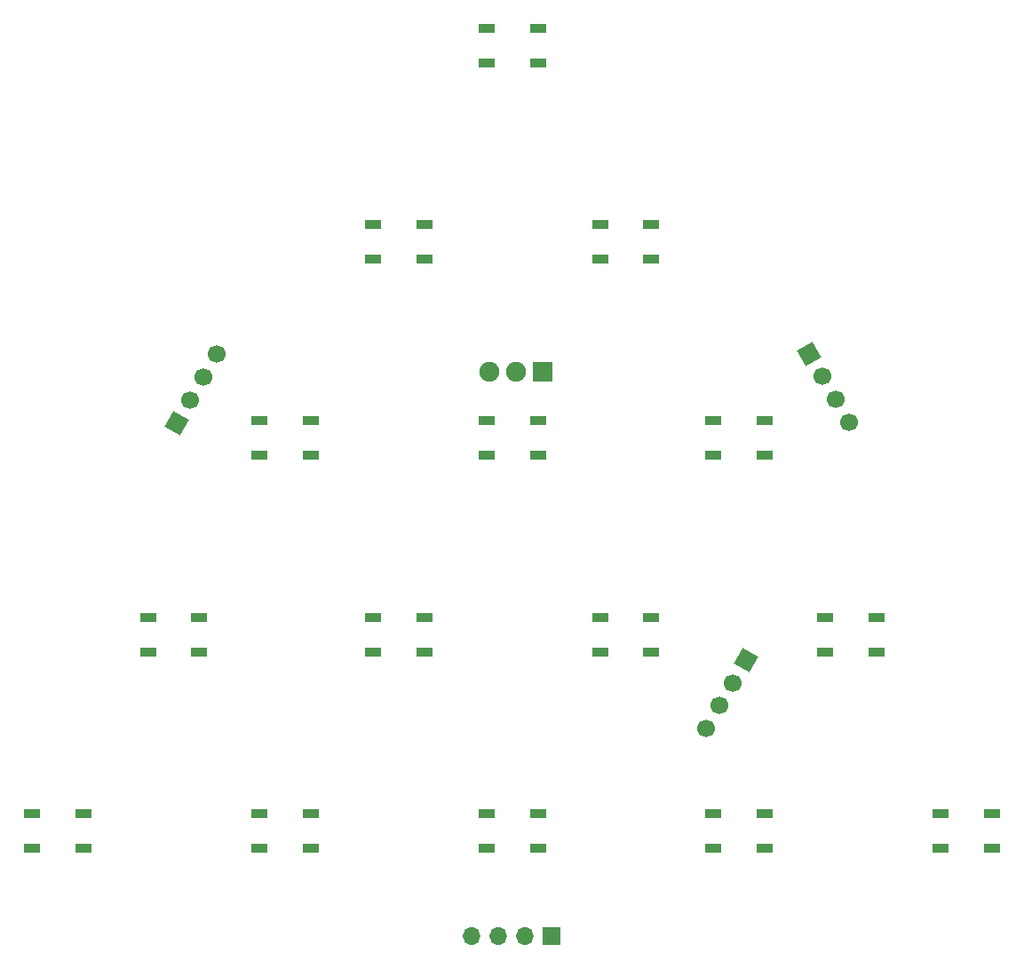
<source format=gbr>
G04 #@! TF.GenerationSoftware,KiCad,Pcbnew,(7.0.0)*
G04 #@! TF.CreationDate,2023-03-16T17:16:22-05:00*
G04 #@! TF.ProjectId,JJL_PCB,4a4a4c5f-5043-4422-9e6b-696361645f70,rev?*
G04 #@! TF.SameCoordinates,Original*
G04 #@! TF.FileFunction,Soldermask,Bot*
G04 #@! TF.FilePolarity,Negative*
%FSLAX46Y46*%
G04 Gerber Fmt 4.6, Leading zero omitted, Abs format (unit mm)*
G04 Created by KiCad (PCBNEW (7.0.0)) date 2023-03-16 17:16:22*
%MOMM*%
%LPD*%
G01*
G04 APERTURE LIST*
G04 Aperture macros list*
%AMHorizOval*
0 Thick line with rounded ends*
0 $1 width*
0 $2 $3 position (X,Y) of the first rounded end (center of the circle)*
0 $4 $5 position (X,Y) of the second rounded end (center of the circle)*
0 Add line between two ends*
20,1,$1,$2,$3,$4,$5,0*
0 Add two circle primitives to create the rounded ends*
1,1,$1,$2,$3*
1,1,$1,$4,$5*%
%AMRotRect*
0 Rectangle, with rotation*
0 The origin of the aperture is its center*
0 $1 length*
0 $2 width*
0 $3 Rotation angle, in degrees counterclockwise*
0 Add horizontal line*
21,1,$1,$2,0,0,$3*%
G04 Aperture macros list end*
%ADD10RotRect,1.700000X1.700000X30.000000*%
%ADD11HorizOval,1.700000X0.000000X0.000000X0.000000X0.000000X0*%
%ADD12RotRect,1.700000X1.700000X150.000000*%
%ADD13HorizOval,1.700000X0.000000X0.000000X0.000000X0.000000X0*%
%ADD14R,1.700000X1.700000*%
%ADD15O,1.700000X1.700000*%
%ADD16R,1.500000X0.900000*%
%ADD17R,1.910000X1.910000*%
%ADD18C,1.910000*%
%ADD19RotRect,1.700000X1.700000X330.000000*%
%ADD20HorizOval,1.700000X0.000000X0.000000X0.000000X0.000000X0*%
G04 APERTURE END LIST*
D10*
X232709999Y-143649103D03*
D11*
X233979999Y-145848808D03*
X235249999Y-148048512D03*
X236519999Y-150248217D03*
D12*
X172439999Y-150260896D03*
D13*
X173709999Y-148061191D03*
X174979999Y-145861487D03*
X176249999Y-143661782D03*
D14*
X208209999Y-199229999D03*
D15*
X205669999Y-199229999D03*
X203129999Y-199229999D03*
X200589999Y-199229999D03*
D16*
X174595949Y-168829999D03*
X174595949Y-172129999D03*
X169695949Y-172129999D03*
X169695949Y-168829999D03*
X228520599Y-187579999D03*
X228520599Y-190879999D03*
X223620599Y-190879999D03*
X223620599Y-187579999D03*
X239144049Y-168829999D03*
X239144049Y-172129999D03*
X234244049Y-172129999D03*
X234244049Y-168829999D03*
X206869999Y-150079999D03*
X206869999Y-153379999D03*
X201969999Y-153379999D03*
X201969999Y-150079999D03*
X196044699Y-168829999D03*
X196044699Y-172129999D03*
X191144699Y-172129999D03*
X191144699Y-168829999D03*
X185219399Y-150079999D03*
X185219399Y-153379999D03*
X180319399Y-153379999D03*
X180319399Y-150079999D03*
X206869999Y-187579999D03*
X206869999Y-190879999D03*
X201969999Y-190879999D03*
X201969999Y-187579999D03*
X217695299Y-131329999D03*
X217695299Y-134629999D03*
X212795299Y-134629999D03*
X212795299Y-131329999D03*
X250171199Y-187579999D03*
X250171199Y-190879999D03*
X245271199Y-190879999D03*
X245271199Y-187579999D03*
X228520599Y-150079999D03*
X228520599Y-153379999D03*
X223620599Y-153379999D03*
X223620599Y-150079999D03*
X206869999Y-112579999D03*
X206869999Y-115879999D03*
X201969999Y-115879999D03*
X201969999Y-112579999D03*
X185219399Y-187579999D03*
X185219399Y-190879999D03*
X180319399Y-190879999D03*
X180319399Y-187579999D03*
X163568799Y-187579999D03*
X163568799Y-190879999D03*
X158668799Y-190879999D03*
X158668799Y-187579999D03*
X196044699Y-131329999D03*
X196044699Y-134629999D03*
X191144699Y-134629999D03*
X191144699Y-131329999D03*
D17*
X207339999Y-145349999D03*
D18*
X204790000Y-145350000D03*
X202240000Y-145350000D03*
D16*
X217695299Y-168829999D03*
X217695299Y-172129999D03*
X212795299Y-172129999D03*
X212795299Y-168829999D03*
D19*
X226719999Y-172860294D03*
D20*
X225449999Y-175059999D03*
X224179999Y-177259703D03*
X222909999Y-179459408D03*
M02*

</source>
